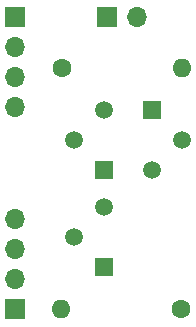
<source format=gtl>
%TF.GenerationSoftware,KiCad,Pcbnew,9.0.0*%
%TF.CreationDate,2025-03-07T11:18:17-05:00*%
%TF.ProjectId,current_sink,63757272-656e-4745-9f73-696e6b2e6b69,rev?*%
%TF.SameCoordinates,Original*%
%TF.FileFunction,Copper,L1,Top*%
%TF.FilePolarity,Positive*%
%FSLAX46Y46*%
G04 Gerber Fmt 4.6, Leading zero omitted, Abs format (unit mm)*
G04 Created by KiCad (PCBNEW 9.0.0) date 2025-03-07 11:18:17*
%MOMM*%
%LPD*%
G01*
G04 APERTURE LIST*
%TA.AperFunction,ComponentPad*%
%ADD10C,1.600000*%
%TD*%
%TA.AperFunction,ComponentPad*%
%ADD11O,1.600000X1.600000*%
%TD*%
%TA.AperFunction,ComponentPad*%
%ADD12R,1.700000X1.700000*%
%TD*%
%TA.AperFunction,ComponentPad*%
%ADD13O,1.700000X1.700000*%
%TD*%
%TA.AperFunction,ComponentPad*%
%ADD14R,1.500000X1.500000*%
%TD*%
%TA.AperFunction,ComponentPad*%
%ADD15C,1.500000*%
%TD*%
G04 APERTURE END LIST*
D10*
%TO.P,R2,1*%
%TO.N,VCC*%
X7820000Y-15100000D03*
D11*
%TO.P,R2,2*%
%TO.N,Net-(Q1-B)*%
X17980000Y-15100000D03*
%TD*%
D12*
%TO.P,J1,1,Pin_1*%
%TO.N,VCC*%
X11625000Y-10800000D03*
D13*
%TO.P,J1,2,Pin_2*%
%TO.N,Net-(J1-Pin_2)*%
X14165000Y-10800000D03*
%TD*%
D14*
%TO.P,U1,1,REF*%
%TO.N,Net-(Q2-C)*%
X11370000Y-31920000D03*
D15*
%TO.P,U1,2,A*%
%TO.N,GND*%
X8830000Y-29380000D03*
%TO.P,U1,3,K*%
%TO.N,Net-(Q2-C)*%
X11370000Y-26840000D03*
%TD*%
D12*
%TO.P,J2,1,Pin_1*%
%TO.N,VCC*%
X3800000Y-10800000D03*
D13*
%TO.P,J2,2,Pin_2*%
X3800000Y-13340000D03*
%TO.P,J2,3,Pin_3*%
X3800000Y-15880000D03*
%TO.P,J2,4,Pin_4*%
X3800000Y-18420000D03*
%TD*%
D14*
%TO.P,Q1,1,C*%
%TO.N,Net-(J1-Pin_2)*%
X15430000Y-18660000D03*
D15*
%TO.P,Q1,2,B*%
%TO.N,Net-(Q1-B)*%
X17970000Y-21200000D03*
%TO.P,Q1,3,E*%
%TO.N,Net-(Q1-E)*%
X15430000Y-23740000D03*
%TD*%
D10*
%TO.P,R1,1*%
%TO.N,Net-(Q1-E)*%
X17880000Y-35500000D03*
D11*
%TO.P,R1,2*%
%TO.N,GND*%
X7720000Y-35500000D03*
%TD*%
D12*
%TO.P,J3,1,Pin_1*%
%TO.N,GND*%
X3800000Y-35500000D03*
D13*
%TO.P,J3,2,Pin_2*%
X3800000Y-32960000D03*
%TO.P,J3,3,Pin_3*%
X3800000Y-30420000D03*
%TO.P,J3,4,Pin_4*%
X3800000Y-27880000D03*
%TD*%
D14*
%TO.P,Q2,1,C*%
%TO.N,Net-(Q2-C)*%
X11370000Y-23740000D03*
D15*
%TO.P,Q2,2,B*%
%TO.N,Net-(Q1-B)*%
X8830000Y-21200000D03*
%TO.P,Q2,3,E*%
%TO.N,Net-(Q2-C)*%
X11370000Y-18660000D03*
%TD*%
M02*

</source>
